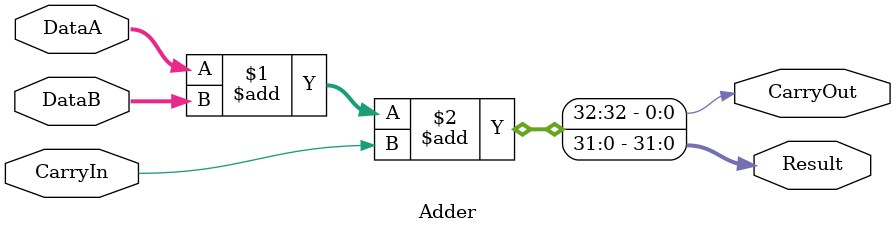
<source format=v>
/******************************************************************************
 ** Logisim goes FPGA automatic generated Verilog code                       **
 **                                                                          **
 ** Component : Adder                                                        **
 **                                                                          **
 ******************************************************************************/

`timescale 1ns/1ps
module Adder( CarryIn,
              DataA,
              DataB,
              CarryOut,
              Result);

   /***************************************************************************
    ** Here all module parameters are defined with a dummy value             **
    ***************************************************************************/
   parameter ExtendedBits = 1;
   parameter NrOfBits = 32;


   /***************************************************************************
    ** Here the inputs are defined                                           **
    ***************************************************************************/
   input  CarryIn;
   input[NrOfBits-1:0]  DataA;
   input[NrOfBits-1:0]  DataB;

   /***************************************************************************
    ** Here the outputs are defined                                          **
    ***************************************************************************/
   output CarryOut;
   output[NrOfBits-1:0] Result;

   /***************************************************************************
    ** Here the internal wires are defined                                   **
    ***************************************************************************/
   wire[ExtendedBits-1:0] s_extended_dataA;
   wire[ExtendedBits-1:0] s_extended_dataB;
   wire[ExtendedBits-1:0] s_sum_result;

    assign   {CarryOut,Result} = DataA + DataB + CarryIn;

endmodule

</source>
